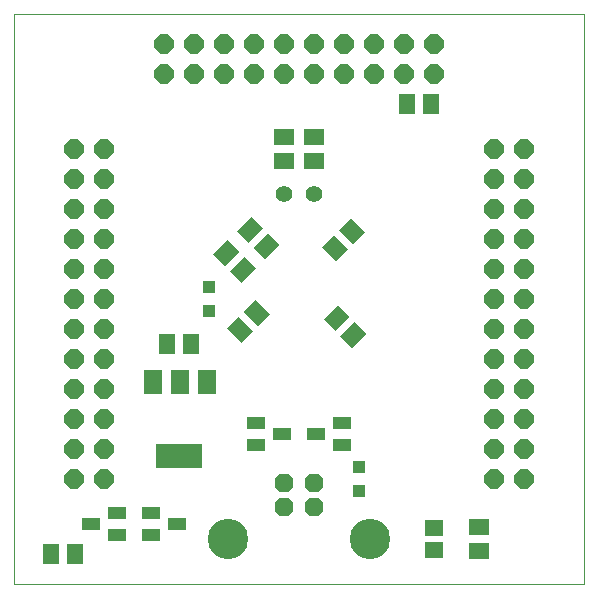
<source format=gbs>
G75*
%MOIN*%
%OFA0B0*%
%FSLAX24Y24*%
%IPPOS*%
%LPD*%
%AMOC8*
5,1,8,0,0,1.08239X$1,22.5*
%
%ADD10C,0.0000*%
%ADD11R,0.0552X0.0670*%
%ADD12R,0.0670X0.0552*%
%ADD13R,0.0591X0.0434*%
%ADD14R,0.0434X0.0434*%
%ADD15C,0.0560*%
%ADD16R,0.0631X0.0552*%
%ADD17OC8,0.0640*%
%ADD18OC8,0.0614*%
%ADD19C,0.1346*%
%ADD20R,0.0630X0.0830*%
%ADD21R,0.1540X0.0830*%
D10*
X001150Y002646D02*
X001150Y021646D01*
X020150Y021646D01*
X020150Y002646D01*
X001150Y002646D01*
D11*
X002381Y003621D03*
X003169Y003621D03*
X006256Y010646D03*
X007044Y010646D03*
G36*
X008240Y011159D02*
X008631Y011550D01*
X009104Y011077D01*
X008713Y010686D01*
X008240Y011159D01*
G37*
G36*
X008796Y011715D02*
X009187Y012106D01*
X009660Y011633D01*
X009269Y011242D01*
X008796Y011715D01*
G37*
G36*
X008819Y013550D02*
X009210Y013159D01*
X008737Y012686D01*
X008346Y013077D01*
X008819Y013550D01*
G37*
G36*
X008263Y014106D02*
X008654Y013715D01*
X008181Y013242D01*
X007790Y013633D01*
X008263Y014106D01*
G37*
G36*
X009038Y014881D02*
X009429Y014490D01*
X008956Y014017D01*
X008565Y014408D01*
X009038Y014881D01*
G37*
G36*
X009594Y014325D02*
X009985Y013934D01*
X009512Y013461D01*
X009121Y013852D01*
X009594Y014325D01*
G37*
G36*
X012279Y013802D02*
X011888Y013411D01*
X011415Y013884D01*
X011806Y014275D01*
X012279Y013802D01*
G37*
G36*
X012835Y014358D02*
X012444Y013967D01*
X011971Y014440D01*
X012362Y014831D01*
X012835Y014358D01*
G37*
G36*
X011856Y011067D02*
X011465Y011458D01*
X011938Y011931D01*
X012329Y011540D01*
X011856Y011067D01*
G37*
G36*
X012412Y010511D02*
X012021Y010902D01*
X012494Y011375D01*
X012885Y010984D01*
X012412Y010511D01*
G37*
X014256Y018646D03*
X015044Y018646D03*
D12*
X011150Y017540D03*
X011150Y016752D03*
X010150Y016752D03*
X010150Y017540D03*
X016650Y004540D03*
X016650Y003752D03*
D13*
X012083Y007272D03*
X012083Y008020D03*
X011217Y007646D03*
X010083Y007646D03*
X009217Y007272D03*
X009217Y008020D03*
X006583Y004646D03*
X005717Y004272D03*
X005717Y005020D03*
X004583Y005020D03*
X004583Y004272D03*
X003717Y004646D03*
D14*
X007650Y011752D03*
X007650Y012540D03*
X012650Y006540D03*
X012650Y005752D03*
D15*
X011150Y015646D03*
X010150Y015646D03*
D16*
X015150Y004520D03*
X015150Y003772D03*
D17*
X017150Y006146D03*
X018150Y006146D03*
X018150Y007146D03*
X018150Y008146D03*
X017150Y008146D03*
X017150Y007146D03*
X017150Y009146D03*
X017150Y010146D03*
X017150Y011146D03*
X018150Y011146D03*
X018150Y010146D03*
X018150Y009146D03*
X018150Y012146D03*
X018150Y013146D03*
X017150Y013146D03*
X017150Y012146D03*
X017150Y014146D03*
X017150Y015146D03*
X017150Y016146D03*
X018150Y016146D03*
X018150Y015146D03*
X018150Y014146D03*
X018150Y017146D03*
X017150Y017146D03*
X015150Y019646D03*
X015150Y020646D03*
X014150Y020646D03*
X014150Y019646D03*
X013150Y019646D03*
X012150Y019646D03*
X012150Y020646D03*
X013150Y020646D03*
X011150Y020646D03*
X011150Y019646D03*
X010150Y019646D03*
X010150Y020646D03*
X009150Y020646D03*
X009150Y019646D03*
X008150Y019646D03*
X008150Y020646D03*
X007150Y020646D03*
X007150Y019646D03*
X006150Y019646D03*
X006150Y020646D03*
X004150Y017146D03*
X004150Y016146D03*
X004150Y015146D03*
X004150Y014146D03*
X004150Y013146D03*
X004150Y012146D03*
X004150Y011146D03*
X004150Y010146D03*
X004150Y009146D03*
X004150Y008146D03*
X004150Y007146D03*
X004150Y006146D03*
X003150Y006146D03*
X003150Y007146D03*
X003150Y008146D03*
X003150Y009146D03*
X003150Y010146D03*
X003150Y011146D03*
X003150Y012146D03*
X003150Y013146D03*
X003150Y014146D03*
X003150Y015146D03*
X003150Y016146D03*
X003150Y017146D03*
D18*
X010158Y006000D03*
X010158Y005213D03*
X011142Y005213D03*
X011142Y006000D03*
D19*
X013020Y004146D03*
X008280Y004146D03*
D20*
X007560Y009386D03*
X006660Y009386D03*
X005760Y009386D03*
D21*
X006650Y006906D03*
M02*

</source>
